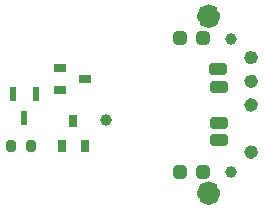
<source format=gbr>
%TF.GenerationSoftware,KiCad,Pcbnew,7.0.1*%
%TF.CreationDate,2025-01-27T12:13:09-08:00*%
%TF.ProjectId,project,70726f6a-6563-4742-9e6b-696361645f70,rev?*%
%TF.SameCoordinates,Original*%
%TF.FileFunction,Soldermask,Top*%
%TF.FilePolarity,Negative*%
%FSLAX46Y46*%
G04 Gerber Fmt 4.6, Leading zero omitted, Abs format (unit mm)*
G04 Created by KiCad (PCBNEW 7.0.1) date 2025-01-27 12:13:09*
%MOMM*%
%LPD*%
G01*
G04 APERTURE LIST*
G04 Aperture macros list*
%AMRoundRect*
0 Rectangle with rounded corners*
0 $1 Rounding radius*
0 $2 $3 $4 $5 $6 $7 $8 $9 X,Y pos of 4 corners*
0 Add a 4 corners polygon primitive as box body*
4,1,4,$2,$3,$4,$5,$6,$7,$8,$9,$2,$3,0*
0 Add four circle primitives for the rounded corners*
1,1,$1+$1,$2,$3*
1,1,$1+$1,$4,$5*
1,1,$1+$1,$6,$7*
1,1,$1+$1,$8,$9*
0 Add four rect primitives between the rounded corners*
20,1,$1+$1,$2,$3,$4,$5,0*
20,1,$1+$1,$4,$5,$6,$7,0*
20,1,$1+$1,$6,$7,$8,$9,0*
20,1,$1+$1,$8,$9,$2,$3,0*%
G04 Aperture macros list end*
%ADD10C,0.996954*%
%ADD11C,0.575000*%
%ADD12R,1.100000X0.650000*%
%ADD13C,1.000000*%
%ADD14R,0.600000X1.300000*%
%ADD15RoundRect,0.255375X-0.485125X0.255375X-0.485125X-0.255375X0.485125X-0.255375X0.485125X0.255375X0*%
%ADD16RoundRect,0.285750X-0.295250X0.285750X-0.295250X-0.285750X0.295250X-0.285750X0.295250X0.285750X0*%
%ADD17RoundRect,0.200000X0.200000X0.275000X-0.200000X0.275000X-0.200000X-0.275000X0.200000X-0.275000X0*%
%ADD18R,0.650000X1.100000*%
G04 APERTURE END LIST*
D10*
X117898477Y-100478046D02*
G75*
G03*
X117898477Y-100478046I-498477J0D01*
G01*
D11*
X121287500Y-89000000D02*
G75*
G03*
X121287500Y-89000000I-287500J0D01*
G01*
X121287500Y-91000000D02*
G75*
G03*
X121287500Y-91000000I-287500J0D01*
G01*
D10*
X117898477Y-85500000D02*
G75*
G03*
X117898477Y-85500000I-498477J0D01*
G01*
D11*
X121287500Y-93000000D02*
G75*
G03*
X121287500Y-93000000I-287500J0D01*
G01*
X121287500Y-97000000D02*
G75*
G03*
X121287500Y-97000000I-287500J0D01*
G01*
D12*
%TO.C,Q3*%
X104850000Y-89840000D03*
X104850000Y-91760000D03*
X106950000Y-90800000D03*
%TD*%
D13*
%TO.C,TP3*%
X108700000Y-94300000D03*
%TD*%
D14*
%TO.C,Q1*%
X102750000Y-92050000D03*
X100850000Y-92050000D03*
X101800000Y-94150000D03*
%TD*%
D13*
%TO.C,TP1*%
X119300000Y-87400000D03*
%TD*%
%TO.C,TP2*%
X119300000Y-98700000D03*
%TD*%
D15*
%TO.C,SW1*%
X118240500Y-89989250D03*
X118250000Y-91500000D03*
X118250000Y-94500000D03*
X118250000Y-96000000D03*
D16*
X116950000Y-98700000D03*
X115000000Y-87300000D03*
X115000000Y-98700000D03*
X116931000Y-87328500D03*
%TD*%
D17*
%TO.C,R1*%
X102325000Y-96500000D03*
X100675000Y-96500000D03*
%TD*%
D18*
%TO.C,Q2*%
X104980000Y-96450000D03*
X106900000Y-96450000D03*
X105940000Y-94350000D03*
%TD*%
M02*

</source>
